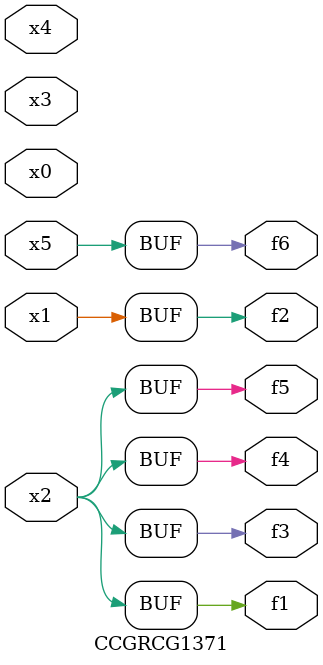
<source format=v>
module CCGRCG1371(
	input x0, x1, x2, x3, x4, x5,
	output f1, f2, f3, f4, f5, f6
);
	assign f1 = x2;
	assign f2 = x1;
	assign f3 = x2;
	assign f4 = x2;
	assign f5 = x2;
	assign f6 = x5;
endmodule

</source>
